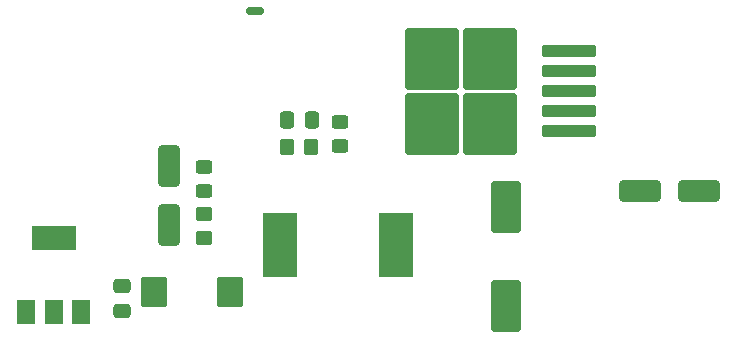
<source format=gbp>
G04 #@! TF.GenerationSoftware,KiCad,Pcbnew,7.0.5*
G04 #@! TF.CreationDate,2023-10-23T19:09:39+07:00*
G04 #@! TF.ProjectId,STM32F407VGT6,53544d33-3246-4343-9037-564754362e6b,rev?*
G04 #@! TF.SameCoordinates,Original*
G04 #@! TF.FileFunction,Paste,Bot*
G04 #@! TF.FilePolarity,Positive*
%FSLAX46Y46*%
G04 Gerber Fmt 4.6, Leading zero omitted, Abs format (unit mm)*
G04 Created by KiCad (PCBNEW 7.0.5) date 2023-10-23 19:09:39*
%MOMM*%
%LPD*%
G01*
G04 APERTURE LIST*
G04 Aperture macros list*
%AMRoundRect*
0 Rectangle with rounded corners*
0 $1 Rounding radius*
0 $2 $3 $4 $5 $6 $7 $8 $9 X,Y pos of 4 corners*
0 Add a 4 corners polygon primitive as box body*
4,1,4,$2,$3,$4,$5,$6,$7,$8,$9,$2,$3,0*
0 Add four circle primitives for the rounded corners*
1,1,$1+$1,$2,$3*
1,1,$1+$1,$4,$5*
1,1,$1+$1,$6,$7*
1,1,$1+$1,$8,$9*
0 Add four rect primitives between the rounded corners*
20,1,$1+$1,$2,$3,$4,$5,0*
20,1,$1+$1,$4,$5,$6,$7,0*
20,1,$1+$1,$6,$7,$8,$9,0*
20,1,$1+$1,$8,$9,$2,$3,0*%
G04 Aperture macros list end*
%ADD10RoundRect,0.150000X0.587500X0.150000X-0.587500X0.150000X-0.587500X-0.150000X0.587500X-0.150000X0*%
%ADD11RoundRect,0.250000X0.475000X-0.337500X0.475000X0.337500X-0.475000X0.337500X-0.475000X-0.337500X0*%
%ADD12RoundRect,0.250000X2.050000X0.300000X-2.050000X0.300000X-2.050000X-0.300000X2.050000X-0.300000X0*%
%ADD13RoundRect,0.250000X2.025000X2.375000X-2.025000X2.375000X-2.025000X-2.375000X2.025000X-2.375000X0*%
%ADD14RoundRect,0.250000X-0.450000X0.325000X-0.450000X-0.325000X0.450000X-0.325000X0.450000X0.325000X0*%
%ADD15RoundRect,0.250000X-0.650000X1.500000X-0.650000X-1.500000X0.650000X-1.500000X0.650000X1.500000X0*%
%ADD16R,2.900000X5.400000*%
%ADD17R,1.500000X2.000000*%
%ADD18R,3.800000X2.000000*%
%ADD19RoundRect,0.250000X0.450000X-0.350000X0.450000X0.350000X-0.450000X0.350000X-0.450000X-0.350000X0*%
%ADD20RoundRect,0.250000X-0.337500X-0.475000X0.337500X-0.475000X0.337500X0.475000X-0.337500X0.475000X0*%
%ADD21RoundRect,0.250000X-0.875000X-1.025000X0.875000X-1.025000X0.875000X1.025000X-0.875000X1.025000X0*%
%ADD22RoundRect,0.250000X-1.000000X1.950000X-1.000000X-1.950000X1.000000X-1.950000X1.000000X1.950000X0*%
%ADD23RoundRect,0.250000X-1.500000X-0.650000X1.500000X-0.650000X1.500000X0.650000X-1.500000X0.650000X0*%
%ADD24RoundRect,0.250000X0.350000X0.450000X-0.350000X0.450000X-0.350000X-0.450000X0.350000X-0.450000X0*%
G04 APERTURE END LIST*
D10*
X142051000Y-114076000D03*
D11*
X130800000Y-139467500D03*
X130800000Y-137392500D03*
D12*
X168650000Y-117470000D03*
X168650000Y-119170000D03*
X168650000Y-120870000D03*
D13*
X161925000Y-123645000D03*
X161925000Y-118095000D03*
X157075000Y-123645000D03*
X157075000Y-118095000D03*
D12*
X168650000Y-122570000D03*
X168650000Y-124270000D03*
D14*
X137750000Y-127247500D03*
X137750000Y-129297500D03*
D15*
X134730000Y-127160000D03*
X134730000Y-132160000D03*
D16*
X154030000Y-133870000D03*
X144130000Y-133870000D03*
D17*
X127300000Y-139580000D03*
X125000000Y-139580000D03*
D18*
X125000000Y-133280000D03*
D17*
X122700000Y-139580000D03*
D19*
X137770000Y-133290000D03*
X137770000Y-131290000D03*
D20*
X144770000Y-123310000D03*
X146845000Y-123310000D03*
D21*
X133500000Y-137892500D03*
X139900000Y-137892500D03*
D14*
X149217500Y-123440000D03*
X149217500Y-125490000D03*
D22*
X163310000Y-130640000D03*
X163310000Y-139040000D03*
D23*
X174640000Y-129290000D03*
X179640000Y-129290000D03*
D24*
X146787500Y-125620000D03*
X144787500Y-125620000D03*
M02*

</source>
